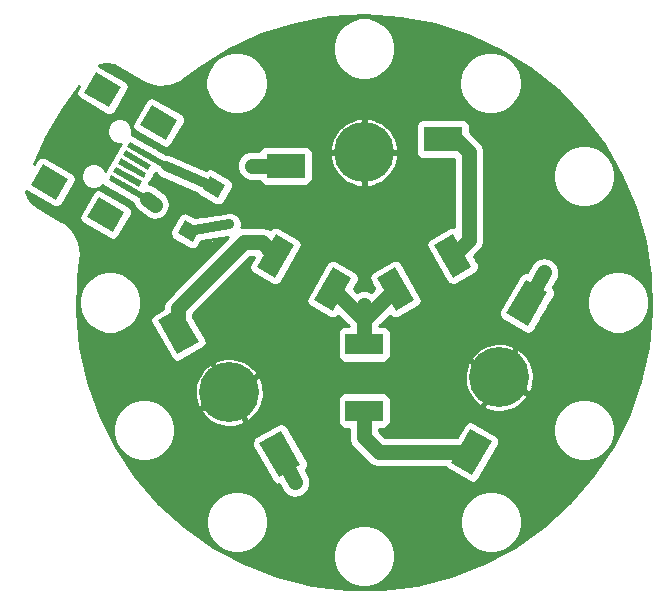
<source format=gtl>
G75*
%MOIN*%
%OFA0B0*%
%FSLAX25Y25*%
%IPPOS*%
%LPD*%
%AMOC8*
5,1,8,0,0,1.08239X$1,22.5*
%
%ADD10R,0.12992X0.08268*%
%ADD11C,0.20000*%
%ADD12R,0.09843X0.01969*%
%ADD13R,0.09843X0.07874*%
%ADD14R,0.05000X0.05787*%
%ADD15R,0.07087X0.12598*%
%ADD16R,0.12598X0.07087*%
%ADD17C,0.02000*%
%ADD18C,0.05000*%
%ADD19C,0.03378*%
%ADD20C,0.03200*%
%ADD21C,0.01000*%
D10*
G36*
X0098077Y0068339D02*
X0091581Y0079589D01*
X0098741Y0083723D01*
X0105237Y0072473D01*
X0098077Y0068339D01*
G37*
G36*
X0169056Y0080180D02*
X0162560Y0068930D01*
X0155400Y0073064D01*
X0161896Y0084314D01*
X0169056Y0080180D01*
G37*
G36*
X0187600Y0129936D02*
X0181104Y0118686D01*
X0173944Y0122820D01*
X0180440Y0134070D01*
X0187600Y0129936D01*
G37*
X0100319Y0172091D03*
X0152681Y0180909D03*
G36*
X0064259Y0109277D02*
X0057763Y0120527D01*
X0064923Y0124661D01*
X0071419Y0113411D01*
X0064259Y0109277D01*
G37*
D11*
X0081500Y0096500D03*
X0171500Y0101500D03*
X0126500Y0176500D03*
D12*
G36*
X0056116Y0173328D02*
X0047594Y0178248D01*
X0048578Y0179952D01*
X0057100Y0175032D01*
X0056116Y0173328D01*
G37*
G36*
X0054541Y0170601D02*
X0046019Y0175521D01*
X0047003Y0177225D01*
X0055525Y0172305D01*
X0054541Y0170601D01*
G37*
G36*
X0052966Y0167873D02*
X0044444Y0172793D01*
X0045428Y0174497D01*
X0053950Y0169577D01*
X0052966Y0167873D01*
G37*
G36*
X0051391Y0165145D02*
X0042869Y0170065D01*
X0043853Y0171769D01*
X0052375Y0166849D01*
X0051391Y0165145D01*
G37*
G36*
X0049816Y0162418D02*
X0041294Y0167338D01*
X0042278Y0169042D01*
X0050800Y0164122D01*
X0049816Y0162418D01*
G37*
D13*
G36*
X0042632Y0149972D02*
X0034109Y0154893D01*
X0038046Y0161712D01*
X0046569Y0156791D01*
X0042632Y0149972D01*
G37*
G36*
X0023879Y0160799D02*
X0015356Y0165720D01*
X0019293Y0172539D01*
X0027816Y0167618D01*
X0023879Y0160799D01*
G37*
G36*
X0060348Y0180658D02*
X0051825Y0185579D01*
X0055762Y0192398D01*
X0064285Y0187477D01*
X0060348Y0180658D01*
G37*
G36*
X0041596Y0191485D02*
X0033073Y0196406D01*
X0037010Y0203225D01*
X0045533Y0198304D01*
X0041596Y0191485D01*
G37*
D14*
G36*
X0080275Y0165730D02*
X0077775Y0161401D01*
X0072765Y0164294D01*
X0075265Y0168623D01*
X0080275Y0165730D01*
G37*
G36*
X0064300Y0149633D02*
X0066800Y0153962D01*
X0071810Y0151069D01*
X0069310Y0146740D01*
X0064300Y0149633D01*
G37*
D15*
G36*
X0096872Y0134786D02*
X0090736Y0138329D01*
X0097034Y0149238D01*
X0103170Y0145695D01*
X0096872Y0134786D01*
G37*
G36*
X0115966Y0123762D02*
X0109830Y0127305D01*
X0116128Y0138214D01*
X0122264Y0134671D01*
X0115966Y0123762D01*
G37*
G36*
X0130736Y0134671D02*
X0136872Y0138214D01*
X0143170Y0127305D01*
X0137034Y0123762D01*
X0130736Y0134671D01*
G37*
G36*
X0149830Y0145695D02*
X0155966Y0149238D01*
X0162264Y0138329D01*
X0156128Y0134786D01*
X0149830Y0145695D01*
G37*
D16*
X0126500Y0112524D03*
X0126500Y0090476D03*
D17*
X0054256Y0160894D02*
X0046048Y0165730D01*
X0052347Y0176640D02*
X0060469Y0171894D01*
D18*
X0054256Y0160894D02*
X0056650Y0159106D01*
X0086500Y0146500D02*
X0092465Y0146500D01*
X0096953Y0142012D01*
X0086500Y0146500D02*
X0064591Y0124591D01*
X0064591Y0116969D01*
X0116047Y0130988D02*
X0126500Y0120535D01*
X0126500Y0125500D01*
X0126500Y0120535D02*
X0136953Y0130988D01*
X0126500Y0120535D02*
X0126500Y0112524D01*
X0126500Y0090476D02*
X0126500Y0081500D01*
X0131500Y0076500D01*
X0162106Y0076500D01*
X0162228Y0076622D01*
X0103500Y0066500D02*
X0098409Y0076031D01*
X0180772Y0126378D02*
X0186500Y0136500D01*
X0161500Y0147465D02*
X0156047Y0142012D01*
X0161500Y0147465D02*
X0161500Y0176500D01*
X0157091Y0180909D01*
X0152681Y0180909D01*
X0100319Y0172091D02*
X0089100Y0172100D01*
D19*
X0089100Y0172100D03*
X0056650Y0159106D03*
X0081500Y0152500D03*
X0126500Y0125500D03*
X0186500Y0136500D03*
X0103500Y0066500D03*
D20*
X0081500Y0152500D02*
X0068055Y0150351D01*
X0067268Y0150268D01*
X0076520Y0165012D02*
X0060469Y0171894D01*
D21*
X0076225Y0045043D02*
X0086607Y0039487D01*
X0097592Y0035248D01*
X0109014Y0032390D01*
X0120701Y0030956D01*
X0132475Y0030968D01*
X0144159Y0032425D01*
X0155576Y0035305D01*
X0166553Y0039566D01*
X0176924Y0045141D01*
X0186531Y0051948D01*
X0195230Y0059883D01*
X0202890Y0068826D01*
X0209393Y0078642D01*
X0214642Y0089182D01*
X0218557Y0100286D01*
X0221079Y0111787D01*
X0222170Y0123511D01*
X0221814Y0135280D01*
X0220015Y0146917D01*
X0216801Y0158244D01*
X0212221Y0169091D01*
X0206344Y0179294D01*
X0199259Y0188698D01*
X0191072Y0197161D01*
X0181909Y0204555D01*
X0171907Y0210768D01*
X0161218Y0215706D01*
X0150003Y0219294D01*
X0138433Y0221478D01*
X0126682Y0222225D01*
X0114928Y0221524D01*
X0103350Y0219385D01*
X0092121Y0215841D01*
X0081413Y0210945D01*
X0071387Y0204771D01*
X0066677Y0201234D01*
X0065200Y0200051D01*
X0065200Y0200051D01*
X0061677Y0198663D01*
X0061677Y0198663D01*
X0057902Y0198377D01*
X0057902Y0198377D01*
X0054211Y0199217D01*
X0054211Y0199217D01*
X0052763Y0200054D01*
X0044715Y0204700D01*
X0044715Y0204700D01*
X0044250Y0204968D01*
X0043123Y0205494D01*
X0040682Y0205926D01*
X0038241Y0205498D01*
X0038157Y0205449D01*
X0047214Y0200220D01*
X0047819Y0199431D01*
X0048077Y0198470D01*
X0047947Y0197484D01*
X0043513Y0189804D01*
X0042724Y0189198D01*
X0041763Y0188941D01*
X0040777Y0189071D01*
X0031392Y0194489D01*
X0030786Y0195278D01*
X0030529Y0196239D01*
X0030659Y0197225D01*
X0031550Y0198769D01*
X0025870Y0190673D01*
X0020610Y0181562D01*
X0016438Y0172595D01*
X0017376Y0174220D01*
X0018165Y0174825D01*
X0019126Y0175083D01*
X0020112Y0174953D01*
X0029497Y0169534D01*
X0030103Y0168745D01*
X0030360Y0167784D01*
X0030230Y0166798D01*
X0025796Y0159118D01*
X0025007Y0158513D01*
X0024046Y0158255D01*
X0023060Y0158385D01*
X0013956Y0163641D01*
X0013957Y0163436D01*
X0014806Y0161107D01*
X0016400Y0159210D01*
X0017419Y0158496D01*
X0017499Y0158450D01*
X0017884Y0158228D01*
X0017884Y0158228D01*
X0025540Y0153808D01*
X0025741Y0153692D01*
X0027380Y0152745D01*
X0027380Y0152745D01*
X0029954Y0149969D01*
X0029954Y0149969D01*
X0031594Y0146556D01*
X0031594Y0146556D01*
X0032153Y0142812D01*
X0032153Y0142812D01*
X0031867Y0140941D01*
X0031867Y0140941D01*
X0031158Y0135094D01*
X0030825Y0123324D01*
X0031939Y0111602D01*
X0034484Y0100106D01*
X0038421Y0089009D01*
X0043690Y0078480D01*
X0050213Y0068677D01*
X0050213Y0068677D01*
X0057890Y0059749D01*
X0066604Y0051831D01*
X0076225Y0045043D01*
X0077011Y0044622D02*
X0078309Y0044622D01*
X0077830Y0044899D02*
X0080196Y0043533D01*
X0082834Y0042826D01*
X0085566Y0042826D01*
X0088204Y0043533D01*
X0090570Y0044899D01*
X0092501Y0046830D01*
X0093867Y0049196D01*
X0094574Y0051834D01*
X0094574Y0054566D01*
X0093867Y0057204D01*
X0092501Y0059570D01*
X0090570Y0061501D01*
X0088204Y0062867D01*
X0085566Y0063574D01*
X0082834Y0063574D01*
X0080196Y0062867D01*
X0077830Y0061501D01*
X0075899Y0059570D01*
X0074533Y0057204D01*
X0073826Y0054566D01*
X0073826Y0051834D01*
X0074533Y0049196D01*
X0075899Y0046830D01*
X0077830Y0044899D01*
X0077108Y0045621D02*
X0075406Y0045621D01*
X0076110Y0046619D02*
X0073991Y0046619D01*
X0072576Y0047618D02*
X0075444Y0047618D01*
X0074868Y0048616D02*
X0071160Y0048616D01*
X0069745Y0049615D02*
X0074421Y0049615D01*
X0074153Y0050613D02*
X0068330Y0050613D01*
X0066915Y0051612D02*
X0073886Y0051612D01*
X0073826Y0052610D02*
X0065746Y0052610D01*
X0064647Y0053609D02*
X0073826Y0053609D01*
X0073837Y0054607D02*
X0063548Y0054607D01*
X0062449Y0055606D02*
X0074105Y0055606D01*
X0074372Y0056604D02*
X0061350Y0056604D01*
X0060251Y0057603D02*
X0074763Y0057603D01*
X0075340Y0058601D02*
X0059152Y0058601D01*
X0058053Y0059600D02*
X0075929Y0059600D01*
X0076927Y0060598D02*
X0057159Y0060598D01*
X0056300Y0061597D02*
X0077996Y0061597D01*
X0079725Y0062595D02*
X0055442Y0062595D01*
X0054583Y0063594D02*
X0099384Y0063594D01*
X0099558Y0063267D02*
X0101095Y0062005D01*
X0102999Y0061427D01*
X0104978Y0061621D01*
X0106733Y0062558D01*
X0107995Y0064095D01*
X0108573Y0065999D01*
X0108379Y0067978D01*
X0106968Y0070621D01*
X0107523Y0071345D01*
X0107781Y0072306D01*
X0107651Y0073292D01*
X0100658Y0085405D01*
X0099869Y0086010D01*
X0098908Y0086267D01*
X0097922Y0086138D01*
X0089901Y0081506D01*
X0089295Y0080717D01*
X0089038Y0079757D01*
X0089167Y0078771D01*
X0096161Y0066658D01*
X0096950Y0066052D01*
X0097911Y0065795D01*
X0098188Y0065832D01*
X0099558Y0063267D01*
X0100376Y0062595D02*
X0088675Y0062595D01*
X0090404Y0061597D02*
X0102439Y0061597D01*
X0104730Y0061597D02*
X0162596Y0061597D01*
X0162430Y0061501D02*
X0160499Y0059570D01*
X0159133Y0057204D01*
X0158426Y0054566D01*
X0158426Y0051834D01*
X0159133Y0049196D01*
X0160499Y0046830D01*
X0162430Y0044899D01*
X0164796Y0043533D01*
X0167434Y0042826D01*
X0170166Y0042826D01*
X0172804Y0043533D01*
X0175170Y0044899D01*
X0177101Y0046830D01*
X0178467Y0049196D01*
X0179174Y0051834D01*
X0179174Y0054566D01*
X0178467Y0057204D01*
X0177101Y0059570D01*
X0175170Y0061501D01*
X0172804Y0062867D01*
X0170166Y0063574D01*
X0167434Y0063574D01*
X0164796Y0062867D01*
X0162430Y0061501D01*
X0161527Y0060598D02*
X0091473Y0060598D01*
X0092471Y0059600D02*
X0160529Y0059600D01*
X0159940Y0058601D02*
X0093060Y0058601D01*
X0093637Y0057603D02*
X0159363Y0057603D01*
X0158972Y0056604D02*
X0094028Y0056604D01*
X0094295Y0055606D02*
X0158705Y0055606D01*
X0158437Y0054607D02*
X0094563Y0054607D01*
X0094574Y0053609D02*
X0158426Y0053609D01*
X0158426Y0052610D02*
X0094574Y0052610D01*
X0094514Y0051612D02*
X0122662Y0051612D01*
X0122496Y0051567D02*
X0120130Y0050201D01*
X0118199Y0048270D01*
X0116833Y0045904D01*
X0116126Y0043266D01*
X0116126Y0040534D01*
X0116833Y0037896D01*
X0118199Y0035530D01*
X0120130Y0033599D01*
X0122496Y0032233D01*
X0125134Y0031526D01*
X0127866Y0031526D01*
X0130504Y0032233D01*
X0132870Y0033599D01*
X0134801Y0035530D01*
X0136167Y0037896D01*
X0136874Y0040534D01*
X0136874Y0043266D01*
X0136167Y0045904D01*
X0134801Y0048270D01*
X0132870Y0050201D01*
X0130504Y0051567D01*
X0127866Y0052274D01*
X0125134Y0052274D01*
X0122496Y0051567D01*
X0120844Y0050613D02*
X0094247Y0050613D01*
X0093979Y0049615D02*
X0119544Y0049615D01*
X0118545Y0048616D02*
X0093532Y0048616D01*
X0092956Y0047618D02*
X0117822Y0047618D01*
X0117246Y0046619D02*
X0092290Y0046619D01*
X0091292Y0045621D02*
X0116757Y0045621D01*
X0116489Y0044622D02*
X0090091Y0044622D01*
X0088361Y0043624D02*
X0116222Y0043624D01*
X0116126Y0042625D02*
X0080743Y0042625D01*
X0080039Y0043624D02*
X0078877Y0043624D01*
X0082609Y0041627D02*
X0116126Y0041627D01*
X0116126Y0040628D02*
X0084475Y0040628D01*
X0086341Y0039630D02*
X0116368Y0039630D01*
X0116636Y0038631D02*
X0088826Y0038631D01*
X0091413Y0037632D02*
X0116985Y0037632D01*
X0117561Y0036634D02*
X0094001Y0036634D01*
X0096588Y0035635D02*
X0118138Y0035635D01*
X0119092Y0034637D02*
X0100035Y0034637D01*
X0104025Y0033638D02*
X0120090Y0033638D01*
X0121791Y0032640D02*
X0108016Y0032640D01*
X0115116Y0031641D02*
X0124703Y0031641D01*
X0128297Y0031641D02*
X0137879Y0031641D01*
X0133908Y0034637D02*
X0152928Y0034637D01*
X0156427Y0035635D02*
X0134862Y0035635D01*
X0135439Y0036634D02*
X0159000Y0036634D01*
X0161573Y0037632D02*
X0136015Y0037632D01*
X0136364Y0038631D02*
X0164145Y0038631D01*
X0166672Y0039630D02*
X0136632Y0039630D01*
X0136874Y0040628D02*
X0168529Y0040628D01*
X0170386Y0041627D02*
X0136874Y0041627D01*
X0136874Y0042625D02*
X0172243Y0042625D01*
X0172961Y0043624D02*
X0174101Y0043624D01*
X0174691Y0044622D02*
X0175958Y0044622D01*
X0175892Y0045621D02*
X0177600Y0045621D01*
X0176890Y0046619D02*
X0179009Y0046619D01*
X0180419Y0047618D02*
X0177556Y0047618D01*
X0178132Y0048616D02*
X0181828Y0048616D01*
X0183237Y0049615D02*
X0178579Y0049615D01*
X0178847Y0050613D02*
X0184647Y0050613D01*
X0186056Y0051612D02*
X0179114Y0051612D01*
X0179174Y0052610D02*
X0187257Y0052610D01*
X0188352Y0053609D02*
X0179174Y0053609D01*
X0179163Y0054607D02*
X0189446Y0054607D01*
X0190541Y0055606D02*
X0178895Y0055606D01*
X0178628Y0056604D02*
X0191636Y0056604D01*
X0192730Y0057603D02*
X0178237Y0057603D01*
X0177660Y0058601D02*
X0193825Y0058601D01*
X0194920Y0059600D02*
X0177071Y0059600D01*
X0176073Y0060598D02*
X0195843Y0060598D01*
X0196698Y0061597D02*
X0175004Y0061597D01*
X0173275Y0062595D02*
X0197553Y0062595D01*
X0198408Y0063594D02*
X0107583Y0063594D01*
X0108146Y0064592D02*
X0199263Y0064592D01*
X0200119Y0065591D02*
X0108449Y0065591D01*
X0108515Y0066589D02*
X0161613Y0066589D01*
X0161741Y0066515D02*
X0162727Y0066386D01*
X0163688Y0066643D01*
X0164477Y0067248D01*
X0171470Y0079361D01*
X0171600Y0080347D01*
X0171342Y0081308D01*
X0170737Y0082097D01*
X0162715Y0086728D01*
X0161729Y0086858D01*
X0160769Y0086601D01*
X0159980Y0085995D01*
X0157384Y0081500D01*
X0133571Y0081500D01*
X0131500Y0083571D01*
X0131500Y0084433D01*
X0133296Y0084433D01*
X0134215Y0084814D01*
X0134919Y0085517D01*
X0135299Y0086436D01*
X0135299Y0094517D01*
X0134919Y0095436D01*
X0134215Y0096139D01*
X0133296Y0096520D01*
X0119703Y0096520D01*
X0118785Y0096139D01*
X0118081Y0095436D01*
X0117701Y0094517D01*
X0117701Y0086436D01*
X0118081Y0085517D01*
X0118785Y0084814D01*
X0119703Y0084433D01*
X0121500Y0084433D01*
X0121500Y0080505D01*
X0122261Y0078668D01*
X0127261Y0073668D01*
X0128668Y0072261D01*
X0130505Y0071500D01*
X0153448Y0071500D01*
X0153719Y0071147D01*
X0161741Y0066515D01*
X0163487Y0066589D02*
X0200974Y0066589D01*
X0201829Y0067588D02*
X0164672Y0067588D01*
X0165249Y0068586D02*
X0202684Y0068586D01*
X0203392Y0069585D02*
X0165825Y0069585D01*
X0166402Y0070583D02*
X0204054Y0070583D01*
X0204715Y0071582D02*
X0166978Y0071582D01*
X0167555Y0072580D02*
X0205377Y0072580D01*
X0206038Y0073579D02*
X0168131Y0073579D01*
X0168708Y0074577D02*
X0195546Y0074577D01*
X0195796Y0074433D02*
X0198434Y0073726D01*
X0201166Y0073726D01*
X0203804Y0074433D01*
X0206170Y0075799D01*
X0208101Y0077730D01*
X0209467Y0080096D01*
X0210174Y0082734D01*
X0210174Y0085466D01*
X0209467Y0088104D01*
X0208101Y0090470D01*
X0206170Y0092401D01*
X0203804Y0093767D01*
X0201166Y0094474D01*
X0198434Y0094474D01*
X0195796Y0093767D01*
X0193430Y0092401D01*
X0191499Y0090470D01*
X0190133Y0088104D01*
X0189426Y0085466D01*
X0189426Y0082734D01*
X0190133Y0080096D01*
X0191499Y0077730D01*
X0193430Y0075799D01*
X0195796Y0074433D01*
X0193816Y0075576D02*
X0169284Y0075576D01*
X0169861Y0076574D02*
X0192654Y0076574D01*
X0191656Y0077573D02*
X0170437Y0077573D01*
X0171014Y0078571D02*
X0191013Y0078571D01*
X0190437Y0079570D02*
X0171497Y0079570D01*
X0171540Y0080568D02*
X0190006Y0080568D01*
X0189739Y0081567D02*
X0171144Y0081567D01*
X0169925Y0082566D02*
X0189471Y0082566D01*
X0189426Y0083564D02*
X0168196Y0083564D01*
X0166466Y0084563D02*
X0189426Y0084563D01*
X0189452Y0085561D02*
X0164737Y0085561D01*
X0163008Y0086560D02*
X0189719Y0086560D01*
X0189987Y0087558D02*
X0135299Y0087558D01*
X0135299Y0086560D02*
X0160715Y0086560D01*
X0159729Y0085561D02*
X0134937Y0085561D01*
X0133609Y0084563D02*
X0159153Y0084563D01*
X0158576Y0083564D02*
X0131507Y0083564D01*
X0132506Y0082566D02*
X0158000Y0082566D01*
X0157423Y0081567D02*
X0133504Y0081567D01*
X0124354Y0076574D02*
X0105756Y0076574D01*
X0106332Y0075576D02*
X0125353Y0075576D01*
X0126352Y0074577D02*
X0106909Y0074577D01*
X0107485Y0073579D02*
X0127350Y0073579D01*
X0128349Y0072580D02*
X0107745Y0072580D01*
X0107587Y0071582D02*
X0130308Y0071582D01*
X0123356Y0077573D02*
X0105179Y0077573D01*
X0104603Y0078571D02*
X0122357Y0078571D01*
X0121887Y0079570D02*
X0104026Y0079570D01*
X0103450Y0080568D02*
X0121500Y0080568D01*
X0121500Y0081567D02*
X0102873Y0081567D01*
X0102297Y0082566D02*
X0121500Y0082566D01*
X0121500Y0083564D02*
X0101720Y0083564D01*
X0101144Y0084563D02*
X0119391Y0084563D01*
X0118063Y0085561D02*
X0100454Y0085561D01*
X0096923Y0085561D02*
X0085052Y0085561D01*
X0085507Y0085701D02*
X0086691Y0086218D01*
X0086817Y0086291D01*
X0081317Y0095817D01*
X0082183Y0096317D01*
X0081683Y0097183D01*
X0080817Y0096683D01*
X0081317Y0095817D01*
X0071791Y0090317D01*
X0071864Y0090191D01*
X0072631Y0089151D01*
X0073509Y0088205D01*
X0074488Y0087362D01*
X0075555Y0086634D01*
X0076697Y0086031D01*
X0077900Y0085559D01*
X0079147Y0085225D01*
X0080425Y0085032D01*
X0081715Y0084984D01*
X0083003Y0085080D01*
X0084273Y0085321D01*
X0085507Y0085701D01*
X0086662Y0086560D02*
X0117701Y0086560D01*
X0117701Y0087558D02*
X0088750Y0087558D01*
X0088849Y0087631D02*
X0089795Y0088509D01*
X0090638Y0089488D01*
X0091366Y0090555D01*
X0091969Y0091697D01*
X0092441Y0092900D01*
X0092775Y0094147D01*
X0092968Y0095425D01*
X0093016Y0096715D01*
X0092920Y0098003D01*
X0092679Y0099273D01*
X0092299Y0100507D01*
X0091782Y0101691D01*
X0091709Y0101817D01*
X0082183Y0096317D01*
X0087683Y0086791D01*
X0087809Y0086864D01*
X0088849Y0087631D01*
X0089836Y0088557D02*
X0117701Y0088557D01*
X0117701Y0089555D02*
X0090684Y0089555D01*
X0091364Y0090554D02*
X0117701Y0090554D01*
X0117701Y0091552D02*
X0091892Y0091552D01*
X0092304Y0092551D02*
X0117701Y0092551D01*
X0117701Y0093549D02*
X0092615Y0093549D01*
X0092836Y0094548D02*
X0117713Y0094548D01*
X0118192Y0095546D02*
X0092972Y0095546D01*
X0093010Y0096545D02*
X0161112Y0096545D01*
X0161031Y0096697D02*
X0161634Y0095555D01*
X0162362Y0094488D01*
X0163205Y0093509D01*
X0164151Y0092631D01*
X0165191Y0091864D01*
X0165317Y0091791D01*
X0170817Y0101317D01*
X0161291Y0106817D01*
X0161218Y0106691D01*
X0160701Y0105507D01*
X0160321Y0104273D01*
X0160080Y0103003D01*
X0159984Y0101715D01*
X0160032Y0100425D01*
X0160225Y0099147D01*
X0160559Y0097900D01*
X0161031Y0096697D01*
X0160699Y0097543D02*
X0092954Y0097543D01*
X0092818Y0098542D02*
X0160387Y0098542D01*
X0160165Y0099540D02*
X0092597Y0099540D01*
X0092285Y0100539D02*
X0160028Y0100539D01*
X0159991Y0101537D02*
X0091849Y0101537D01*
X0091225Y0101537D02*
X0089225Y0101537D01*
X0089495Y0100539D02*
X0087495Y0100539D01*
X0087766Y0099540D02*
X0085766Y0099540D01*
X0086036Y0098542D02*
X0084036Y0098542D01*
X0084307Y0097543D02*
X0082307Y0097543D01*
X0081683Y0097183D02*
X0091209Y0102683D01*
X0091136Y0102809D01*
X0090369Y0103849D01*
X0089491Y0104795D01*
X0088512Y0105638D01*
X0087445Y0106366D01*
X0086303Y0106969D01*
X0085100Y0107441D01*
X0083853Y0107775D01*
X0082575Y0107968D01*
X0081285Y0108016D01*
X0079997Y0107920D01*
X0078727Y0107679D01*
X0077493Y0107299D01*
X0076309Y0106782D01*
X0076183Y0106709D01*
X0081683Y0097183D01*
X0081475Y0097543D02*
X0080320Y0097543D01*
X0080817Y0096683D02*
X0075317Y0106209D01*
X0075191Y0106136D01*
X0074151Y0105369D01*
X0073205Y0104491D01*
X0072362Y0103512D01*
X0071634Y0102445D01*
X0071031Y0101303D01*
X0070559Y0100100D01*
X0070225Y0098853D01*
X0070032Y0097575D01*
X0069984Y0096285D01*
X0070080Y0094997D01*
X0070321Y0093727D01*
X0070701Y0092493D01*
X0071218Y0091309D01*
X0071291Y0091183D01*
X0080817Y0096683D01*
X0080897Y0096545D02*
X0080577Y0096545D01*
X0080848Y0095546D02*
X0078848Y0095546D01*
X0079118Y0094548D02*
X0077118Y0094548D01*
X0077389Y0093549D02*
X0075389Y0093549D01*
X0075659Y0092551D02*
X0073660Y0092551D01*
X0073930Y0091552D02*
X0071930Y0091552D01*
X0071112Y0091552D02*
X0060419Y0091552D01*
X0059570Y0092401D02*
X0057204Y0093767D01*
X0054566Y0094474D01*
X0051834Y0094474D01*
X0049196Y0093767D01*
X0046830Y0092401D01*
X0044899Y0090470D01*
X0043533Y0088104D01*
X0042826Y0085466D01*
X0042826Y0082734D01*
X0043533Y0080096D01*
X0044899Y0077730D01*
X0046830Y0075799D01*
X0049196Y0074433D01*
X0051834Y0073726D01*
X0054566Y0073726D01*
X0057204Y0074433D01*
X0059570Y0075799D01*
X0061501Y0077730D01*
X0062867Y0080096D01*
X0063574Y0082734D01*
X0063574Y0085466D01*
X0062867Y0088104D01*
X0061501Y0090470D01*
X0059570Y0092401D01*
X0059311Y0092551D02*
X0070684Y0092551D01*
X0070376Y0093549D02*
X0057582Y0093549D01*
X0061417Y0090554D02*
X0072200Y0090554D01*
X0072333Y0089555D02*
X0062029Y0089555D01*
X0062606Y0088557D02*
X0073183Y0088557D01*
X0074260Y0087558D02*
X0063013Y0087558D01*
X0063281Y0086560D02*
X0075697Y0086560D01*
X0077895Y0085561D02*
X0063548Y0085561D01*
X0063574Y0084563D02*
X0095194Y0084563D01*
X0093464Y0083564D02*
X0063574Y0083564D01*
X0063529Y0082566D02*
X0091735Y0082566D01*
X0090005Y0081567D02*
X0063261Y0081567D01*
X0062994Y0080568D02*
X0089255Y0080568D01*
X0089062Y0079570D02*
X0062563Y0079570D01*
X0061987Y0078571D02*
X0089283Y0078571D01*
X0089859Y0077573D02*
X0061344Y0077573D01*
X0060345Y0076574D02*
X0090435Y0076574D01*
X0091012Y0075576D02*
X0059184Y0075576D01*
X0057454Y0074577D02*
X0091588Y0074577D01*
X0092165Y0073579D02*
X0046951Y0073579D01*
X0046287Y0074577D02*
X0048946Y0074577D01*
X0047216Y0075576D02*
X0045622Y0075576D01*
X0046054Y0076574D02*
X0044958Y0076574D01*
X0045056Y0077573D02*
X0044294Y0077573D01*
X0044413Y0078571D02*
X0043644Y0078571D01*
X0043837Y0079570D02*
X0043145Y0079570D01*
X0043406Y0080568D02*
X0042645Y0080568D01*
X0043139Y0081567D02*
X0042145Y0081567D01*
X0041645Y0082566D02*
X0042871Y0082566D01*
X0042826Y0083564D02*
X0041146Y0083564D01*
X0040646Y0084563D02*
X0042826Y0084563D01*
X0042852Y0085561D02*
X0040146Y0085561D01*
X0039647Y0086560D02*
X0043119Y0086560D01*
X0043387Y0087558D02*
X0039147Y0087558D01*
X0038647Y0088557D02*
X0043794Y0088557D01*
X0044371Y0089555D02*
X0038227Y0089555D01*
X0037873Y0090554D02*
X0044983Y0090554D01*
X0045981Y0091552D02*
X0037519Y0091552D01*
X0037164Y0092551D02*
X0047089Y0092551D01*
X0048818Y0093549D02*
X0036810Y0093549D01*
X0036456Y0094548D02*
X0070165Y0094548D01*
X0070039Y0095546D02*
X0036102Y0095546D01*
X0035747Y0096545D02*
X0069994Y0096545D01*
X0070031Y0097543D02*
X0035393Y0097543D01*
X0035039Y0098542D02*
X0070178Y0098542D01*
X0070409Y0099540D02*
X0034684Y0099540D01*
X0034388Y0100539D02*
X0070731Y0100539D01*
X0071155Y0101537D02*
X0034167Y0101537D01*
X0033946Y0102536D02*
X0071697Y0102536D01*
X0072381Y0103534D02*
X0033725Y0103534D01*
X0033504Y0104533D02*
X0073250Y0104533D01*
X0074371Y0105531D02*
X0033283Y0105531D01*
X0033062Y0106530D02*
X0076287Y0106530D01*
X0076863Y0105531D02*
X0075708Y0105531D01*
X0076285Y0104533D02*
X0077440Y0104533D01*
X0078016Y0103534D02*
X0076861Y0103534D01*
X0077438Y0102536D02*
X0078593Y0102536D01*
X0079169Y0101537D02*
X0078014Y0101537D01*
X0078591Y0100539D02*
X0079746Y0100539D01*
X0080322Y0099540D02*
X0079167Y0099540D01*
X0079744Y0098542D02*
X0080899Y0098542D01*
X0082052Y0096545D02*
X0082577Y0096545D01*
X0082628Y0095546D02*
X0081473Y0095546D01*
X0082050Y0094548D02*
X0083204Y0094548D01*
X0083781Y0093549D02*
X0082626Y0093549D01*
X0083203Y0092551D02*
X0084357Y0092551D01*
X0084934Y0091552D02*
X0083779Y0091552D01*
X0084356Y0090554D02*
X0085510Y0090554D01*
X0086087Y0089555D02*
X0084932Y0089555D01*
X0085509Y0088557D02*
X0086663Y0088557D01*
X0087240Y0087558D02*
X0086085Y0087558D01*
X0090954Y0102536D02*
X0160045Y0102536D01*
X0160181Y0103534D02*
X0090601Y0103534D01*
X0089735Y0104533D02*
X0160401Y0104533D01*
X0160712Y0105531D02*
X0088636Y0105531D01*
X0087134Y0106530D02*
X0119584Y0106530D01*
X0119703Y0106480D02*
X0133296Y0106480D01*
X0134215Y0106861D01*
X0134919Y0107564D01*
X0135299Y0108483D01*
X0135299Y0116564D01*
X0134919Y0117483D01*
X0134215Y0118186D01*
X0133296Y0118567D01*
X0131603Y0118567D01*
X0135117Y0122081D01*
X0135118Y0122081D01*
X0135907Y0121475D01*
X0136868Y0121218D01*
X0137854Y0121348D01*
X0144852Y0125388D01*
X0145458Y0126177D01*
X0145715Y0127138D01*
X0145585Y0128124D01*
X0138789Y0139896D01*
X0138000Y0140501D01*
X0137039Y0140759D01*
X0136053Y0140629D01*
X0129054Y0136588D01*
X0128449Y0135799D01*
X0128192Y0134839D01*
X0128321Y0133852D01*
X0129941Y0131047D01*
X0128838Y0129944D01*
X0127495Y0130500D01*
X0125505Y0130500D01*
X0124162Y0129944D01*
X0123059Y0131047D01*
X0124679Y0133852D01*
X0124808Y0134839D01*
X0124551Y0135799D01*
X0123946Y0136588D01*
X0116947Y0140629D01*
X0115961Y0140759D01*
X0115000Y0140501D01*
X0114211Y0139896D01*
X0107415Y0128124D01*
X0107285Y0127138D01*
X0107542Y0126177D01*
X0108148Y0125388D01*
X0115146Y0121348D01*
X0116132Y0121218D01*
X0117093Y0121475D01*
X0117882Y0122081D01*
X0117883Y0122081D01*
X0121397Y0118567D01*
X0119703Y0118567D01*
X0118785Y0118186D01*
X0118081Y0117483D01*
X0117701Y0116564D01*
X0117701Y0108483D01*
X0118081Y0107564D01*
X0118785Y0106861D01*
X0119703Y0106480D01*
X0118117Y0107528D02*
X0084774Y0107528D01*
X0078237Y0107528D02*
X0066231Y0107528D01*
X0065078Y0106862D02*
X0073099Y0111494D01*
X0073705Y0112283D01*
X0073962Y0113243D01*
X0073832Y0114229D01*
X0069591Y0121576D01*
X0069591Y0122520D01*
X0088571Y0141500D01*
X0089680Y0141500D01*
X0088321Y0139148D01*
X0088192Y0138161D01*
X0088449Y0137201D01*
X0089054Y0136412D01*
X0096053Y0132371D01*
X0097039Y0132241D01*
X0098000Y0132499D01*
X0098789Y0133104D01*
X0105585Y0144876D01*
X0105715Y0145862D01*
X0105458Y0146823D01*
X0104852Y0147612D01*
X0097854Y0151652D01*
X0096868Y0151782D01*
X0095907Y0151525D01*
X0095118Y0150919D01*
X0095068Y0150834D01*
X0093460Y0151500D01*
X0085620Y0151500D01*
X0085689Y0151667D01*
X0085689Y0153333D01*
X0085051Y0154873D01*
X0083873Y0156051D01*
X0082333Y0156689D01*
X0080667Y0156689D01*
X0079998Y0156412D01*
X0070255Y0154854D01*
X0067618Y0156376D01*
X0066632Y0156506D01*
X0065672Y0156249D01*
X0064883Y0155643D01*
X0061885Y0150452D01*
X0061756Y0149466D01*
X0045227Y0149466D01*
X0045803Y0150464D02*
X0061893Y0150464D01*
X0061756Y0149466D02*
X0062013Y0148505D01*
X0062618Y0147716D01*
X0068492Y0144325D01*
X0069478Y0144195D01*
X0070439Y0144453D01*
X0071228Y0145058D01*
X0072276Y0146873D01*
X0081234Y0148305D01*
X0060352Y0127423D01*
X0059591Y0125585D01*
X0059591Y0124470D01*
X0056082Y0122444D01*
X0055477Y0121655D01*
X0055219Y0120694D01*
X0055349Y0119708D01*
X0062342Y0107595D01*
X0063131Y0106990D01*
X0064092Y0106733D01*
X0065078Y0106862D01*
X0062430Y0107528D02*
X0032841Y0107528D01*
X0032620Y0108527D02*
X0061805Y0108527D01*
X0061228Y0109525D02*
X0032399Y0109525D01*
X0032178Y0110524D02*
X0060652Y0110524D01*
X0060075Y0111522D02*
X0031957Y0111522D01*
X0031852Y0112521D02*
X0059499Y0112521D01*
X0058922Y0113519D02*
X0031757Y0113519D01*
X0031662Y0114518D02*
X0058346Y0114518D01*
X0057769Y0115516D02*
X0031567Y0115516D01*
X0031472Y0116515D02*
X0039037Y0116515D01*
X0037850Y0116833D02*
X0040489Y0116126D01*
X0043220Y0116126D01*
X0045859Y0116833D01*
X0048224Y0118199D01*
X0050156Y0120130D01*
X0051521Y0122496D01*
X0052228Y0125134D01*
X0052228Y0127866D01*
X0051521Y0130504D01*
X0050156Y0132870D01*
X0048224Y0134801D01*
X0045859Y0136167D01*
X0043220Y0136874D01*
X0040489Y0136874D01*
X0037850Y0136167D01*
X0035485Y0134801D01*
X0033553Y0132870D01*
X0032187Y0130504D01*
X0031480Y0127866D01*
X0031480Y0125134D01*
X0032187Y0122496D01*
X0033553Y0120130D01*
X0035485Y0118199D01*
X0037850Y0116833D01*
X0036672Y0117513D02*
X0031377Y0117513D01*
X0031282Y0118512D02*
X0035171Y0118512D01*
X0034173Y0119510D02*
X0031187Y0119510D01*
X0031092Y0120509D02*
X0033334Y0120509D01*
X0032758Y0121507D02*
X0030998Y0121507D01*
X0030903Y0122506D02*
X0032185Y0122506D01*
X0031917Y0123504D02*
X0030830Y0123504D01*
X0030858Y0124503D02*
X0031649Y0124503D01*
X0031480Y0125501D02*
X0030887Y0125501D01*
X0030915Y0126500D02*
X0031480Y0126500D01*
X0031480Y0127499D02*
X0030943Y0127499D01*
X0030971Y0128497D02*
X0031649Y0128497D01*
X0031917Y0129496D02*
X0031000Y0129496D01*
X0031028Y0130494D02*
X0032185Y0130494D01*
X0032758Y0131493D02*
X0031056Y0131493D01*
X0031085Y0132491D02*
X0033334Y0132491D01*
X0034173Y0133490D02*
X0031113Y0133490D01*
X0031141Y0134488D02*
X0035171Y0134488D01*
X0036672Y0135487D02*
X0031206Y0135487D01*
X0031327Y0136485D02*
X0039037Y0136485D01*
X0044671Y0136485D02*
X0069414Y0136485D01*
X0068416Y0135487D02*
X0047037Y0135487D01*
X0048537Y0134488D02*
X0067417Y0134488D01*
X0066419Y0133490D02*
X0049536Y0133490D01*
X0050374Y0132491D02*
X0065420Y0132491D01*
X0064421Y0131493D02*
X0050951Y0131493D01*
X0051524Y0130494D02*
X0063423Y0130494D01*
X0062424Y0129496D02*
X0051792Y0129496D01*
X0052059Y0128497D02*
X0061426Y0128497D01*
X0060427Y0127499D02*
X0052228Y0127499D01*
X0052228Y0126500D02*
X0059970Y0126500D01*
X0059591Y0125501D02*
X0052228Y0125501D01*
X0052059Y0124503D02*
X0059591Y0124503D01*
X0057919Y0123504D02*
X0051792Y0123504D01*
X0051524Y0122506D02*
X0056189Y0122506D01*
X0055437Y0121507D02*
X0050951Y0121507D01*
X0050374Y0120509D02*
X0055244Y0120509D01*
X0055463Y0119510D02*
X0049536Y0119510D01*
X0048537Y0118512D02*
X0056040Y0118512D01*
X0056616Y0117513D02*
X0047037Y0117513D01*
X0044671Y0116515D02*
X0057193Y0116515D01*
X0069630Y0121507D02*
X0114869Y0121507D01*
X0113140Y0122506D02*
X0069591Y0122506D01*
X0070576Y0123504D02*
X0111410Y0123504D01*
X0109681Y0124503D02*
X0071574Y0124503D01*
X0072573Y0125501D02*
X0108061Y0125501D01*
X0107456Y0126500D02*
X0073571Y0126500D01*
X0074570Y0127499D02*
X0107333Y0127499D01*
X0107630Y0128497D02*
X0075568Y0128497D01*
X0076567Y0129496D02*
X0108207Y0129496D01*
X0108783Y0130494D02*
X0077565Y0130494D01*
X0078564Y0131493D02*
X0109360Y0131493D01*
X0109936Y0132491D02*
X0097971Y0132491D01*
X0099011Y0133490D02*
X0110513Y0133490D01*
X0111089Y0134488D02*
X0099588Y0134488D01*
X0100164Y0135487D02*
X0111666Y0135487D01*
X0112242Y0136485D02*
X0100741Y0136485D01*
X0101317Y0137484D02*
X0112819Y0137484D01*
X0113395Y0138482D02*
X0101894Y0138482D01*
X0102470Y0139481D02*
X0113972Y0139481D01*
X0114972Y0140479D02*
X0103047Y0140479D01*
X0103623Y0141478D02*
X0149377Y0141478D01*
X0148800Y0142476D02*
X0104200Y0142476D01*
X0104776Y0143475D02*
X0148224Y0143475D01*
X0147647Y0144473D02*
X0105353Y0144473D01*
X0105664Y0145472D02*
X0147336Y0145472D01*
X0147285Y0145862D02*
X0147415Y0144876D01*
X0154211Y0133104D01*
X0155000Y0132499D01*
X0155961Y0132241D01*
X0156947Y0132371D01*
X0163946Y0136412D01*
X0164551Y0137201D01*
X0164808Y0138161D01*
X0164679Y0139148D01*
X0163059Y0141953D01*
X0165739Y0144633D01*
X0166500Y0146471D01*
X0166500Y0177495D01*
X0165739Y0179332D01*
X0164332Y0180739D01*
X0161677Y0183394D01*
X0161677Y0185541D01*
X0161297Y0186459D01*
X0160593Y0187163D01*
X0159674Y0187543D01*
X0145688Y0187543D01*
X0144769Y0187163D01*
X0144066Y0186459D01*
X0143685Y0185541D01*
X0143685Y0176278D01*
X0144066Y0175359D01*
X0144769Y0174656D01*
X0145688Y0174276D01*
X0156500Y0174276D01*
X0156500Y0151684D01*
X0156132Y0151782D01*
X0155146Y0151652D01*
X0148148Y0147612D01*
X0147542Y0146823D01*
X0147285Y0145862D01*
X0147448Y0146470D02*
X0105552Y0146470D01*
X0104962Y0147469D02*
X0148038Y0147469D01*
X0149629Y0148467D02*
X0103371Y0148467D01*
X0101641Y0149466D02*
X0151359Y0149466D01*
X0153088Y0150464D02*
X0099912Y0150464D01*
X0098182Y0151463D02*
X0154818Y0151463D01*
X0156500Y0152461D02*
X0085689Y0152461D01*
X0085637Y0153460D02*
X0156500Y0153460D01*
X0156500Y0154458D02*
X0085223Y0154458D01*
X0084467Y0155457D02*
X0156500Y0155457D01*
X0156500Y0156455D02*
X0082897Y0156455D01*
X0080103Y0156455D02*
X0067017Y0156455D01*
X0066443Y0156455D02*
X0060910Y0156455D01*
X0061251Y0156912D02*
X0060061Y0155318D01*
X0058351Y0154301D01*
X0056383Y0154015D01*
X0054455Y0154505D01*
X0050467Y0157482D01*
X0049450Y0159192D01*
X0049376Y0159707D01*
X0043671Y0163068D01*
X0043656Y0163087D01*
X0039613Y0165422D01*
X0039433Y0165655D01*
X0038762Y0164984D01*
X0037192Y0164334D01*
X0035493Y0164334D01*
X0033923Y0164984D01*
X0032721Y0166186D01*
X0032071Y0167756D01*
X0032071Y0169455D01*
X0032721Y0171025D01*
X0033923Y0172227D01*
X0035493Y0172877D01*
X0037192Y0172877D01*
X0038762Y0172227D01*
X0039964Y0171025D01*
X0040203Y0170449D01*
X0040361Y0170723D01*
X0040441Y0170785D01*
X0040455Y0170885D01*
X0041936Y0173451D01*
X0042016Y0173513D01*
X0042029Y0173613D01*
X0043511Y0176179D01*
X0043591Y0176240D01*
X0043604Y0176340D01*
X0045086Y0178906D01*
X0045166Y0178968D01*
X0045179Y0179068D01*
X0045334Y0179336D01*
X0044154Y0179336D01*
X0042584Y0179986D01*
X0041383Y0181188D01*
X0040732Y0182758D01*
X0040732Y0184457D01*
X0041383Y0186027D01*
X0042584Y0187229D01*
X0044154Y0187879D01*
X0045854Y0187879D01*
X0047424Y0187229D01*
X0048625Y0186027D01*
X0049276Y0184457D01*
X0049276Y0182758D01*
X0049128Y0182402D01*
X0049396Y0182367D01*
X0053461Y0180020D01*
X0053512Y0180013D01*
X0056673Y0178166D01*
X0058781Y0176948D01*
X0058802Y0176921D01*
X0060387Y0175995D01*
X0061335Y0175983D01*
X0073789Y0170643D01*
X0074136Y0170910D01*
X0075097Y0171167D01*
X0076083Y0171037D01*
X0081956Y0167646D01*
X0082562Y0166857D01*
X0082819Y0165897D01*
X0082689Y0164910D01*
X0079692Y0159719D01*
X0078903Y0159114D01*
X0077942Y0158856D01*
X0076956Y0158986D01*
X0071083Y0162377D01*
X0070506Y0163129D01*
X0058103Y0168447D01*
X0056964Y0169614D01*
X0056921Y0169721D01*
X0056458Y0168919D01*
X0056378Y0168858D01*
X0056365Y0168757D01*
X0054883Y0166191D01*
X0054803Y0166130D01*
X0054790Y0166030D01*
X0054733Y0165931D01*
X0056451Y0165495D01*
X0060438Y0162518D01*
X0061455Y0160808D01*
X0061741Y0158840D01*
X0061251Y0156912D01*
X0061389Y0157454D02*
X0156500Y0157454D01*
X0156500Y0158452D02*
X0061642Y0158452D01*
X0061652Y0159451D02*
X0076151Y0159451D01*
X0074422Y0160449D02*
X0061507Y0160449D01*
X0061074Y0161448D02*
X0072692Y0161448D01*
X0071030Y0162446D02*
X0060480Y0162446D01*
X0059196Y0163445D02*
X0069769Y0163445D01*
X0067441Y0164443D02*
X0057859Y0164443D01*
X0056522Y0165442D02*
X0065112Y0165442D01*
X0062783Y0166440D02*
X0055027Y0166440D01*
X0055604Y0167439D02*
X0060454Y0167439D01*
X0058125Y0168437D02*
X0056180Y0168437D01*
X0056757Y0169436D02*
X0057138Y0169436D01*
X0064961Y0174429D02*
X0084653Y0174429D01*
X0084864Y0174936D02*
X0084101Y0173099D01*
X0084099Y0171110D01*
X0084859Y0169271D01*
X0086264Y0167864D01*
X0088101Y0167101D01*
X0091473Y0167098D01*
X0091703Y0166541D01*
X0092407Y0165837D01*
X0093326Y0165457D01*
X0107312Y0165457D01*
X0108231Y0165837D01*
X0108934Y0166541D01*
X0109315Y0167459D01*
X0109315Y0176722D01*
X0108934Y0177641D01*
X0108231Y0178344D01*
X0107312Y0178724D01*
X0093326Y0178724D01*
X0092407Y0178344D01*
X0091703Y0177641D01*
X0091479Y0177098D01*
X0088110Y0177101D01*
X0086271Y0176341D01*
X0084864Y0174936D01*
X0085356Y0175427D02*
X0062632Y0175427D01*
X0059651Y0176426D02*
X0086476Y0176426D01*
X0084238Y0173430D02*
X0067290Y0173430D01*
X0069618Y0172432D02*
X0084100Y0172432D01*
X0084099Y0171433D02*
X0071947Y0171433D01*
X0077127Y0170434D02*
X0084378Y0170434D01*
X0084791Y0169436D02*
X0078856Y0169436D01*
X0080586Y0168437D02*
X0085691Y0168437D01*
X0087287Y0167439D02*
X0082115Y0167439D01*
X0082673Y0166440D02*
X0091804Y0166440D01*
X0082759Y0165442D02*
X0123283Y0165442D01*
X0123311Y0165432D02*
X0124571Y0165145D01*
X0125854Y0165000D01*
X0126000Y0165000D01*
X0126000Y0176000D01*
X0115000Y0176000D01*
X0115000Y0175854D01*
X0115145Y0174571D01*
X0115432Y0173311D01*
X0115859Y0172092D01*
X0116419Y0170928D01*
X0117106Y0169835D01*
X0117912Y0168825D01*
X0118825Y0167912D01*
X0119835Y0167106D01*
X0120928Y0166419D01*
X0122092Y0165859D01*
X0123311Y0165432D01*
X0120894Y0166440D02*
X0108834Y0166440D01*
X0109306Y0167439D02*
X0119418Y0167439D01*
X0118299Y0168437D02*
X0109315Y0168437D01*
X0109315Y0169436D02*
X0117424Y0169436D01*
X0116729Y0170434D02*
X0109315Y0170434D01*
X0109315Y0171433D02*
X0116176Y0171433D01*
X0115740Y0172432D02*
X0109315Y0172432D01*
X0109315Y0173430D02*
X0115405Y0173430D01*
X0115177Y0174429D02*
X0109315Y0174429D01*
X0109315Y0175427D02*
X0115048Y0175427D01*
X0115000Y0177000D02*
X0126000Y0177000D01*
X0126000Y0188000D01*
X0125854Y0188000D01*
X0124571Y0187855D01*
X0123311Y0187568D01*
X0122092Y0187141D01*
X0120928Y0186581D01*
X0119835Y0185894D01*
X0118825Y0185088D01*
X0117912Y0184175D01*
X0117106Y0183165D01*
X0116419Y0182072D01*
X0115859Y0180908D01*
X0115432Y0179689D01*
X0115145Y0178429D01*
X0115000Y0177146D01*
X0115000Y0177000D01*
X0115031Y0177424D02*
X0109024Y0177424D01*
X0109315Y0176426D02*
X0126000Y0176426D01*
X0126000Y0176000D02*
X0126000Y0177000D01*
X0127000Y0177000D01*
X0127000Y0188000D01*
X0127146Y0188000D01*
X0128429Y0187855D01*
X0129689Y0187568D01*
X0130908Y0187141D01*
X0132072Y0186581D01*
X0133165Y0185894D01*
X0134175Y0185088D01*
X0135088Y0184175D01*
X0135894Y0183165D01*
X0136581Y0182072D01*
X0137141Y0180908D01*
X0137568Y0179689D01*
X0137855Y0178429D01*
X0138000Y0177146D01*
X0138000Y0177000D01*
X0127000Y0177000D01*
X0127000Y0176000D01*
X0138000Y0176000D01*
X0138000Y0175854D01*
X0137855Y0174571D01*
X0137568Y0173311D01*
X0137141Y0172092D01*
X0136581Y0170928D01*
X0135894Y0169835D01*
X0135088Y0168825D01*
X0134175Y0167912D01*
X0133165Y0167106D01*
X0132072Y0166419D01*
X0130908Y0165859D01*
X0129689Y0165432D01*
X0128429Y0165145D01*
X0127146Y0165000D01*
X0127000Y0165000D01*
X0127000Y0176000D01*
X0126000Y0176000D01*
X0126000Y0175427D02*
X0127000Y0175427D01*
X0127000Y0174429D02*
X0126000Y0174429D01*
X0126000Y0173430D02*
X0127000Y0173430D01*
X0127000Y0172432D02*
X0126000Y0172432D01*
X0126000Y0171433D02*
X0127000Y0171433D01*
X0127000Y0170434D02*
X0126000Y0170434D01*
X0126000Y0169436D02*
X0127000Y0169436D01*
X0127000Y0168437D02*
X0126000Y0168437D01*
X0126000Y0167439D02*
X0127000Y0167439D01*
X0127000Y0166440D02*
X0126000Y0166440D01*
X0126000Y0165442D02*
X0127000Y0165442D01*
X0129717Y0165442D02*
X0156500Y0165442D01*
X0156500Y0166440D02*
X0132106Y0166440D01*
X0133582Y0167439D02*
X0156500Y0167439D01*
X0156500Y0168437D02*
X0134701Y0168437D01*
X0135576Y0169436D02*
X0156500Y0169436D01*
X0156500Y0170434D02*
X0136271Y0170434D01*
X0136824Y0171433D02*
X0156500Y0171433D01*
X0156500Y0172432D02*
X0137260Y0172432D01*
X0137595Y0173430D02*
X0156500Y0173430D01*
X0166500Y0173430D02*
X0190523Y0173430D01*
X0190061Y0172630D02*
X0189354Y0169992D01*
X0189354Y0167260D01*
X0190061Y0164622D01*
X0191427Y0162256D01*
X0193359Y0160325D01*
X0195724Y0158959D01*
X0198363Y0158252D01*
X0201094Y0158252D01*
X0203733Y0158959D01*
X0206098Y0160325D01*
X0208030Y0162256D01*
X0209395Y0164622D01*
X0210102Y0167260D01*
X0210102Y0169992D01*
X0209395Y0172630D01*
X0208030Y0174996D01*
X0206098Y0176927D01*
X0203733Y0178293D01*
X0201094Y0179000D01*
X0198363Y0179000D01*
X0195724Y0178293D01*
X0193359Y0176927D01*
X0191427Y0174996D01*
X0190061Y0172630D01*
X0190008Y0172432D02*
X0166500Y0172432D01*
X0166500Y0171433D02*
X0189741Y0171433D01*
X0189473Y0170434D02*
X0166500Y0170434D01*
X0166500Y0169436D02*
X0189354Y0169436D01*
X0189354Y0168437D02*
X0166500Y0168437D01*
X0166500Y0167439D02*
X0189354Y0167439D01*
X0189574Y0166440D02*
X0166500Y0166440D01*
X0166500Y0165442D02*
X0189842Y0165442D01*
X0190164Y0164443D02*
X0166500Y0164443D01*
X0166500Y0163445D02*
X0190741Y0163445D01*
X0191317Y0162446D02*
X0166500Y0162446D01*
X0166500Y0161448D02*
X0192235Y0161448D01*
X0193234Y0160449D02*
X0166500Y0160449D01*
X0166500Y0159451D02*
X0194872Y0159451D01*
X0197615Y0158452D02*
X0166500Y0158452D01*
X0166500Y0157454D02*
X0217026Y0157454D01*
X0217309Y0156455D02*
X0166500Y0156455D01*
X0166500Y0155457D02*
X0217592Y0155457D01*
X0217876Y0154458D02*
X0166500Y0154458D01*
X0166500Y0153460D02*
X0218159Y0153460D01*
X0218442Y0152461D02*
X0166500Y0152461D01*
X0166500Y0151463D02*
X0218725Y0151463D01*
X0219009Y0150464D02*
X0166500Y0150464D01*
X0166500Y0149466D02*
X0219292Y0149466D01*
X0219575Y0148467D02*
X0166500Y0148467D01*
X0166500Y0147469D02*
X0219859Y0147469D01*
X0220084Y0146470D02*
X0166500Y0146470D01*
X0166086Y0145472D02*
X0220239Y0145472D01*
X0220393Y0144473D02*
X0165579Y0144473D01*
X0164581Y0143475D02*
X0220547Y0143475D01*
X0220702Y0142476D02*
X0163582Y0142476D01*
X0163333Y0141478D02*
X0185739Y0141478D01*
X0186123Y0141584D02*
X0184206Y0141053D01*
X0182638Y0139828D01*
X0180782Y0136547D01*
X0180273Y0136614D01*
X0179312Y0136357D01*
X0178523Y0135752D01*
X0171530Y0123639D01*
X0171400Y0122653D01*
X0171658Y0121692D01*
X0172263Y0120903D01*
X0180284Y0116272D01*
X0181271Y0116142D01*
X0182231Y0116399D01*
X0183020Y0117005D01*
X0190014Y0129118D01*
X0190143Y0130104D01*
X0189886Y0131064D01*
X0189473Y0131602D01*
X0191341Y0134903D01*
X0191584Y0136877D01*
X0191053Y0138794D01*
X0189828Y0140362D01*
X0188097Y0141341D01*
X0186123Y0141584D01*
X0186988Y0141478D02*
X0220856Y0141478D01*
X0221010Y0140479D02*
X0189621Y0140479D01*
X0190516Y0139481D02*
X0221165Y0139481D01*
X0221319Y0138482D02*
X0191139Y0138482D01*
X0191416Y0137484D02*
X0221473Y0137484D01*
X0221628Y0136485D02*
X0213963Y0136485D01*
X0215150Y0136167D02*
X0212511Y0136874D01*
X0209780Y0136874D01*
X0207141Y0136167D01*
X0204776Y0134801D01*
X0202844Y0132870D01*
X0201479Y0130504D01*
X0200772Y0127866D01*
X0200772Y0125134D01*
X0201479Y0122496D01*
X0202844Y0120130D01*
X0204776Y0118199D01*
X0207141Y0116833D01*
X0209780Y0116126D01*
X0212511Y0116126D01*
X0215150Y0116833D01*
X0217515Y0118199D01*
X0219447Y0120130D01*
X0220813Y0122496D01*
X0221520Y0125134D01*
X0221520Y0127866D01*
X0220813Y0130504D01*
X0219447Y0132870D01*
X0217515Y0134801D01*
X0215150Y0136167D01*
X0216328Y0135487D02*
X0221782Y0135487D01*
X0221838Y0134488D02*
X0217829Y0134488D01*
X0218827Y0133490D02*
X0221868Y0133490D01*
X0221898Y0132491D02*
X0219666Y0132491D01*
X0220242Y0131493D02*
X0221929Y0131493D01*
X0221959Y0130494D02*
X0220815Y0130494D01*
X0221083Y0129496D02*
X0221989Y0129496D01*
X0222019Y0128497D02*
X0221351Y0128497D01*
X0221520Y0127499D02*
X0222050Y0127499D01*
X0222080Y0126500D02*
X0221520Y0126500D01*
X0221520Y0125501D02*
X0222110Y0125501D01*
X0222140Y0124503D02*
X0221351Y0124503D01*
X0221083Y0123504D02*
X0222170Y0123504D01*
X0222077Y0122506D02*
X0220815Y0122506D01*
X0220242Y0121507D02*
X0221984Y0121507D01*
X0221891Y0120509D02*
X0219666Y0120509D01*
X0218827Y0119510D02*
X0221798Y0119510D01*
X0221705Y0118512D02*
X0217829Y0118512D01*
X0216328Y0117513D02*
X0221612Y0117513D01*
X0221519Y0116515D02*
X0213963Y0116515D01*
X0221426Y0115516D02*
X0135299Y0115516D01*
X0135299Y0114518D02*
X0221333Y0114518D01*
X0221241Y0113519D02*
X0135299Y0113519D01*
X0135299Y0112521D02*
X0168198Y0112521D01*
X0167900Y0112441D02*
X0166697Y0111969D01*
X0165555Y0111366D01*
X0164488Y0110638D01*
X0163509Y0109795D01*
X0162631Y0108849D01*
X0161864Y0107809D01*
X0161791Y0107683D01*
X0171317Y0102183D01*
X0176817Y0111709D01*
X0176691Y0111782D01*
X0175507Y0112299D01*
X0174273Y0112679D01*
X0173003Y0112920D01*
X0171715Y0113016D01*
X0170425Y0112968D01*
X0169147Y0112775D01*
X0167900Y0112441D01*
X0165852Y0111522D02*
X0135299Y0111522D01*
X0135299Y0110524D02*
X0164356Y0110524D01*
X0163259Y0109525D02*
X0135299Y0109525D01*
X0135299Y0108527D02*
X0162393Y0108527D01*
X0162059Y0107528D02*
X0134883Y0107528D01*
X0133416Y0106530D02*
X0161148Y0106530D01*
X0161788Y0106530D02*
X0163788Y0106530D01*
X0163518Y0105531D02*
X0165518Y0105531D01*
X0165247Y0104533D02*
X0167247Y0104533D01*
X0166977Y0103534D02*
X0168976Y0103534D01*
X0168706Y0102536D02*
X0170706Y0102536D01*
X0171317Y0102183D02*
X0170817Y0101317D01*
X0171683Y0100817D01*
X0172183Y0101683D01*
X0181709Y0096183D01*
X0181782Y0096309D01*
X0182299Y0097493D01*
X0182679Y0098727D01*
X0182920Y0099997D01*
X0183016Y0101285D01*
X0182968Y0102575D01*
X0182775Y0103853D01*
X0182441Y0105100D01*
X0181969Y0106303D01*
X0181366Y0107445D01*
X0180638Y0108512D01*
X0179795Y0109491D01*
X0178849Y0110369D01*
X0177809Y0111136D01*
X0177683Y0111209D01*
X0172183Y0101683D01*
X0171317Y0102183D01*
X0171521Y0102536D02*
X0172675Y0102536D01*
X0172435Y0101537D02*
X0172099Y0101537D01*
X0171683Y0100817D02*
X0181209Y0095317D01*
X0181136Y0095191D01*
X0180369Y0094151D01*
X0179491Y0093205D01*
X0178512Y0092362D01*
X0177445Y0091634D01*
X0176303Y0091031D01*
X0175100Y0090559D01*
X0173853Y0090225D01*
X0172575Y0090032D01*
X0171285Y0089984D01*
X0169997Y0090080D01*
X0168727Y0090321D01*
X0167493Y0090701D01*
X0166309Y0091218D01*
X0166183Y0091291D01*
X0171683Y0100817D01*
X0171522Y0100539D02*
X0170368Y0100539D01*
X0170436Y0101537D02*
X0170944Y0101537D01*
X0172165Y0100539D02*
X0174165Y0100539D01*
X0173895Y0099540D02*
X0175894Y0099540D01*
X0175624Y0098542D02*
X0177624Y0098542D01*
X0177353Y0097543D02*
X0179353Y0097543D01*
X0179083Y0096545D02*
X0181083Y0096545D01*
X0181885Y0096545D02*
X0217238Y0096545D01*
X0217590Y0097543D02*
X0182314Y0097543D01*
X0182622Y0098542D02*
X0217942Y0098542D01*
X0218294Y0099540D02*
X0182833Y0099540D01*
X0182960Y0100539D02*
X0218612Y0100539D01*
X0218831Y0101537D02*
X0183007Y0101537D01*
X0182969Y0102536D02*
X0219050Y0102536D01*
X0219269Y0103534D02*
X0182823Y0103534D01*
X0182593Y0104533D02*
X0219488Y0104533D01*
X0219707Y0105531D02*
X0182272Y0105531D01*
X0181849Y0106530D02*
X0219926Y0106530D01*
X0220145Y0107528D02*
X0181308Y0107528D01*
X0180625Y0108527D02*
X0220364Y0108527D01*
X0220583Y0109525D02*
X0179758Y0109525D01*
X0178639Y0110524D02*
X0220802Y0110524D01*
X0221021Y0111522D02*
X0176709Y0111522D01*
X0176133Y0110524D02*
X0177287Y0110524D01*
X0176711Y0109525D02*
X0175556Y0109525D01*
X0174980Y0108527D02*
X0176134Y0108527D01*
X0175558Y0107528D02*
X0174403Y0107528D01*
X0173827Y0106530D02*
X0174981Y0106530D01*
X0174405Y0105531D02*
X0173250Y0105531D01*
X0172674Y0104533D02*
X0173828Y0104533D01*
X0173252Y0103534D02*
X0172097Y0103534D01*
X0170946Y0099540D02*
X0169791Y0099540D01*
X0169215Y0098542D02*
X0170369Y0098542D01*
X0169793Y0097543D02*
X0168638Y0097543D01*
X0168062Y0096545D02*
X0169216Y0096545D01*
X0168640Y0095546D02*
X0167485Y0095546D01*
X0166909Y0094548D02*
X0168063Y0094548D01*
X0167487Y0093549D02*
X0166332Y0093549D01*
X0165756Y0092551D02*
X0166910Y0092551D01*
X0166334Y0091552D02*
X0135299Y0091552D01*
X0135299Y0090554D02*
X0167972Y0090554D01*
X0164260Y0092551D02*
X0135299Y0092551D01*
X0135299Y0093549D02*
X0163170Y0093549D01*
X0162322Y0094548D02*
X0135287Y0094548D01*
X0134808Y0095546D02*
X0161641Y0095546D01*
X0175080Y0090554D02*
X0191583Y0090554D01*
X0190971Y0089555D02*
X0135299Y0089555D01*
X0135299Y0088557D02*
X0190394Y0088557D01*
X0192581Y0091552D02*
X0177289Y0091552D01*
X0178731Y0092551D02*
X0193689Y0092551D01*
X0195418Y0093549D02*
X0179810Y0093549D01*
X0180662Y0094548D02*
X0216534Y0094548D01*
X0216886Y0095546D02*
X0180812Y0095546D01*
X0204182Y0093549D02*
X0216182Y0093549D01*
X0215830Y0092551D02*
X0205911Y0092551D01*
X0207019Y0091552D02*
X0215478Y0091552D01*
X0215126Y0090554D02*
X0208017Y0090554D01*
X0208629Y0089555D02*
X0214773Y0089555D01*
X0214331Y0088557D02*
X0209206Y0088557D01*
X0209613Y0087558D02*
X0213833Y0087558D01*
X0213336Y0086560D02*
X0209881Y0086560D01*
X0210148Y0085561D02*
X0212839Y0085561D01*
X0212341Y0084563D02*
X0210174Y0084563D01*
X0210174Y0083564D02*
X0211844Y0083564D01*
X0211347Y0082566D02*
X0210129Y0082566D01*
X0209861Y0081567D02*
X0210850Y0081567D01*
X0210352Y0080568D02*
X0209594Y0080568D01*
X0209855Y0079570D02*
X0209163Y0079570D01*
X0209346Y0078571D02*
X0208587Y0078571D01*
X0208685Y0077573D02*
X0207944Y0077573D01*
X0208023Y0076574D02*
X0206945Y0076574D01*
X0207362Y0075576D02*
X0205784Y0075576D01*
X0206700Y0074577D02*
X0204054Y0074577D01*
X0164325Y0062595D02*
X0106763Y0062595D01*
X0108417Y0067588D02*
X0159883Y0067588D01*
X0158154Y0068586D02*
X0108054Y0068586D01*
X0107521Y0069585D02*
X0156424Y0069585D01*
X0154695Y0070583D02*
X0106988Y0070583D01*
X0098317Y0065591D02*
X0052866Y0065591D01*
X0052008Y0066589D02*
X0096250Y0066589D01*
X0095624Y0067588D02*
X0051149Y0067588D01*
X0050290Y0068586D02*
X0095047Y0068586D01*
X0094471Y0069585D02*
X0049609Y0069585D01*
X0048944Y0070583D02*
X0093894Y0070583D01*
X0093318Y0071582D02*
X0048280Y0071582D01*
X0047615Y0072580D02*
X0092741Y0072580D01*
X0098850Y0064592D02*
X0053725Y0064592D01*
X0130338Y0051612D02*
X0158486Y0051612D01*
X0158753Y0050613D02*
X0132156Y0050613D01*
X0133456Y0049615D02*
X0159021Y0049615D01*
X0159468Y0048616D02*
X0134455Y0048616D01*
X0135178Y0047618D02*
X0160044Y0047618D01*
X0160710Y0046619D02*
X0135754Y0046619D01*
X0136243Y0045621D02*
X0161708Y0045621D01*
X0162909Y0044622D02*
X0136511Y0044622D01*
X0136778Y0043624D02*
X0164639Y0043624D01*
X0148971Y0033638D02*
X0132910Y0033638D01*
X0131209Y0032640D02*
X0145013Y0032640D01*
X0117701Y0108527D02*
X0067961Y0108527D01*
X0069690Y0109525D02*
X0117701Y0109525D01*
X0117701Y0110524D02*
X0071420Y0110524D01*
X0073122Y0111522D02*
X0117701Y0111522D01*
X0117701Y0112521D02*
X0073769Y0112521D01*
X0073926Y0113519D02*
X0117701Y0113519D01*
X0117701Y0114518D02*
X0073666Y0114518D01*
X0073089Y0115516D02*
X0117701Y0115516D01*
X0117701Y0116515D02*
X0072513Y0116515D01*
X0071936Y0117513D02*
X0118112Y0117513D01*
X0119571Y0118512D02*
X0071360Y0118512D01*
X0070783Y0119510D02*
X0120453Y0119510D01*
X0119455Y0120509D02*
X0070207Y0120509D01*
X0079562Y0132491D02*
X0095845Y0132491D01*
X0094116Y0133490D02*
X0080561Y0133490D01*
X0081559Y0134488D02*
X0092386Y0134488D01*
X0090657Y0135487D02*
X0082558Y0135487D01*
X0083556Y0136485D02*
X0088998Y0136485D01*
X0088373Y0137484D02*
X0084555Y0137484D01*
X0085553Y0138482D02*
X0088234Y0138482D01*
X0088514Y0139481D02*
X0086552Y0139481D01*
X0087550Y0140479D02*
X0089090Y0140479D01*
X0088549Y0141478D02*
X0089667Y0141478D01*
X0079399Y0146470D02*
X0072043Y0146470D01*
X0071466Y0145472D02*
X0078401Y0145472D01*
X0077402Y0144473D02*
X0070465Y0144473D01*
X0068235Y0144473D02*
X0031905Y0144473D01*
X0032054Y0143475D02*
X0076404Y0143475D01*
X0075405Y0142476D02*
X0032101Y0142476D01*
X0031949Y0141478D02*
X0074407Y0141478D01*
X0073408Y0140479D02*
X0031811Y0140479D01*
X0031690Y0139481D02*
X0072410Y0139481D01*
X0071411Y0138482D02*
X0031569Y0138482D01*
X0031448Y0137484D02*
X0070413Y0137484D01*
X0066506Y0145472D02*
X0031756Y0145472D01*
X0031607Y0146470D02*
X0064776Y0146470D01*
X0063047Y0147469D02*
X0042950Y0147469D01*
X0042799Y0147428D02*
X0043760Y0147686D01*
X0044549Y0148291D01*
X0048983Y0155972D01*
X0049113Y0156958D01*
X0048855Y0157918D01*
X0048250Y0158707D01*
X0038865Y0164126D01*
X0037879Y0164256D01*
X0036918Y0163998D01*
X0036129Y0163393D01*
X0031695Y0155712D01*
X0031565Y0154726D01*
X0031822Y0153766D01*
X0032428Y0152977D01*
X0041813Y0147558D01*
X0042799Y0147428D01*
X0042492Y0147469D02*
X0031155Y0147469D01*
X0030676Y0148467D02*
X0040238Y0148467D01*
X0038509Y0149466D02*
X0030196Y0149466D01*
X0029495Y0150464D02*
X0036779Y0150464D01*
X0035050Y0151463D02*
X0028569Y0151463D01*
X0027644Y0152461D02*
X0033320Y0152461D01*
X0032057Y0153460D02*
X0026143Y0153460D01*
X0024413Y0154458D02*
X0031637Y0154458D01*
X0031661Y0155457D02*
X0022684Y0155457D01*
X0020954Y0156455D02*
X0032124Y0156455D01*
X0032700Y0157454D02*
X0019225Y0157454D01*
X0017495Y0158452D02*
X0022944Y0158452D01*
X0024782Y0158452D02*
X0033277Y0158452D01*
X0033853Y0159451D02*
X0025988Y0159451D01*
X0026565Y0160449D02*
X0034430Y0160449D01*
X0035006Y0161448D02*
X0027141Y0161448D01*
X0027718Y0162446D02*
X0035583Y0162446D01*
X0036197Y0163445D02*
X0028294Y0163445D01*
X0028871Y0164443D02*
X0035228Y0164443D01*
X0033465Y0165442D02*
X0029447Y0165442D01*
X0030024Y0166440D02*
X0032616Y0166440D01*
X0032202Y0167439D02*
X0030315Y0167439D01*
X0030185Y0168437D02*
X0032071Y0168437D01*
X0032071Y0169436D02*
X0029573Y0169436D01*
X0027938Y0170434D02*
X0032477Y0170434D01*
X0033129Y0171433D02*
X0026209Y0171433D01*
X0024479Y0172432D02*
X0034418Y0172432D01*
X0038268Y0172432D02*
X0041347Y0172432D01*
X0041924Y0173430D02*
X0022750Y0173430D01*
X0021020Y0174429D02*
X0042500Y0174429D01*
X0043077Y0175427D02*
X0017756Y0175427D01*
X0017649Y0174429D02*
X0017291Y0174429D01*
X0016921Y0173430D02*
X0016827Y0173430D01*
X0018220Y0176426D02*
X0043653Y0176426D01*
X0044230Y0177424D02*
X0018685Y0177424D01*
X0019149Y0178423D02*
X0044806Y0178423D01*
X0043948Y0179421D02*
X0019614Y0179421D01*
X0020078Y0180420D02*
X0042151Y0180420D01*
X0041287Y0181418D02*
X0020543Y0181418D01*
X0021103Y0182417D02*
X0040874Y0182417D01*
X0040732Y0183415D02*
X0021680Y0183415D01*
X0022256Y0184414D02*
X0040732Y0184414D01*
X0041128Y0185412D02*
X0022833Y0185412D01*
X0023409Y0186411D02*
X0041766Y0186411D01*
X0043020Y0187409D02*
X0023986Y0187409D01*
X0024562Y0188408D02*
X0050571Y0188408D01*
X0051148Y0189406D02*
X0042994Y0189406D01*
X0043860Y0190405D02*
X0051724Y0190405D01*
X0052301Y0191403D02*
X0044436Y0191403D01*
X0045013Y0192402D02*
X0052877Y0192402D01*
X0053454Y0193400D02*
X0045589Y0193400D01*
X0046166Y0194399D02*
X0054262Y0194399D01*
X0054635Y0194684D02*
X0053846Y0194079D01*
X0049411Y0186398D01*
X0049281Y0185412D01*
X0048880Y0185412D01*
X0049281Y0185412D02*
X0049539Y0184452D01*
X0050144Y0183663D01*
X0059529Y0178244D01*
X0060516Y0178114D01*
X0061476Y0178372D01*
X0062265Y0178977D01*
X0066699Y0186658D01*
X0066829Y0187644D01*
X0066572Y0188604D01*
X0065966Y0189393D01*
X0056581Y0194812D01*
X0055595Y0194942D01*
X0054635Y0194684D01*
X0057297Y0194399D02*
X0075078Y0194399D01*
X0074502Y0195397D02*
X0046742Y0195397D01*
X0047318Y0196396D02*
X0074133Y0196396D01*
X0074313Y0195724D02*
X0075679Y0193359D01*
X0077611Y0191427D01*
X0079976Y0190061D01*
X0082615Y0189354D01*
X0085346Y0189354D01*
X0087985Y0190061D01*
X0090350Y0191427D01*
X0092282Y0193359D01*
X0093647Y0195724D01*
X0094354Y0198363D01*
X0094354Y0201094D01*
X0093647Y0203733D01*
X0092282Y0206098D01*
X0090350Y0208030D01*
X0087985Y0209395D01*
X0085346Y0210102D01*
X0082615Y0210102D01*
X0079976Y0209395D01*
X0077611Y0208030D01*
X0075679Y0206098D01*
X0074313Y0203733D01*
X0073606Y0201094D01*
X0073606Y0198363D01*
X0074313Y0195724D01*
X0073866Y0197394D02*
X0047895Y0197394D01*
X0048067Y0198393D02*
X0057831Y0198393D01*
X0058115Y0198393D02*
X0073606Y0198393D01*
X0073606Y0199391D02*
X0063526Y0199391D01*
X0065623Y0200390D02*
X0073606Y0200390D01*
X0073685Y0201388D02*
X0066883Y0201388D01*
X0068212Y0202387D02*
X0073953Y0202387D01*
X0074220Y0203385D02*
X0069542Y0203385D01*
X0070871Y0204384D02*
X0074689Y0204384D01*
X0075266Y0205382D02*
X0072379Y0205382D01*
X0074001Y0206381D02*
X0075962Y0206381D01*
X0075622Y0207379D02*
X0076960Y0207379D01*
X0077244Y0208378D02*
X0078214Y0208378D01*
X0078865Y0209376D02*
X0079943Y0209376D01*
X0080487Y0210375D02*
X0116126Y0210375D01*
X0116126Y0209780D02*
X0116126Y0212511D01*
X0116833Y0215150D01*
X0118199Y0217515D01*
X0120130Y0219447D01*
X0122496Y0220813D01*
X0125134Y0221520D01*
X0127866Y0221520D01*
X0130504Y0220813D01*
X0132870Y0219447D01*
X0134801Y0217515D01*
X0136167Y0215150D01*
X0136874Y0212511D01*
X0136874Y0209780D01*
X0136167Y0207141D01*
X0134801Y0204776D01*
X0132870Y0202844D01*
X0130504Y0201479D01*
X0127866Y0200772D01*
X0125134Y0200772D01*
X0122496Y0201479D01*
X0120130Y0202844D01*
X0118199Y0204776D01*
X0116833Y0207141D01*
X0116126Y0209780D01*
X0116234Y0209376D02*
X0088017Y0209376D01*
X0089747Y0208378D02*
X0116502Y0208378D01*
X0116769Y0207379D02*
X0091000Y0207379D01*
X0091999Y0206381D02*
X0117272Y0206381D01*
X0117849Y0205382D02*
X0092695Y0205382D01*
X0093271Y0204384D02*
X0118591Y0204384D01*
X0119589Y0203385D02*
X0093740Y0203385D01*
X0094008Y0202387D02*
X0120923Y0202387D01*
X0122833Y0201388D02*
X0094275Y0201388D01*
X0094354Y0200390D02*
X0158252Y0200390D01*
X0158252Y0201094D02*
X0158252Y0198363D01*
X0158959Y0195724D01*
X0160325Y0193359D01*
X0162256Y0191427D01*
X0164622Y0190061D01*
X0167260Y0189354D01*
X0169992Y0189354D01*
X0172630Y0190061D01*
X0174996Y0191427D01*
X0176927Y0193359D01*
X0178293Y0195724D01*
X0179000Y0198363D01*
X0179000Y0201094D01*
X0178293Y0203733D01*
X0176927Y0206098D01*
X0174996Y0208030D01*
X0172630Y0209395D01*
X0169992Y0210102D01*
X0167260Y0210102D01*
X0164622Y0209395D01*
X0162256Y0208030D01*
X0160325Y0206098D01*
X0158959Y0203733D01*
X0158252Y0201094D01*
X0158331Y0201388D02*
X0130167Y0201388D01*
X0132077Y0202387D02*
X0158598Y0202387D01*
X0158866Y0203385D02*
X0133411Y0203385D01*
X0134409Y0204384D02*
X0159335Y0204384D01*
X0159911Y0205382D02*
X0135151Y0205382D01*
X0135728Y0206381D02*
X0160607Y0206381D01*
X0161606Y0207379D02*
X0136231Y0207379D01*
X0136498Y0208378D02*
X0162859Y0208378D01*
X0164589Y0209376D02*
X0136766Y0209376D01*
X0136874Y0210375D02*
X0172539Y0210375D01*
X0172663Y0209376D02*
X0174147Y0209376D01*
X0174392Y0208378D02*
X0175754Y0208378D01*
X0175646Y0207379D02*
X0177362Y0207379D01*
X0176644Y0206381D02*
X0178969Y0206381D01*
X0180577Y0205382D02*
X0177340Y0205382D01*
X0177917Y0204384D02*
X0182121Y0204384D01*
X0183358Y0203385D02*
X0178386Y0203385D01*
X0178654Y0202387D02*
X0184596Y0202387D01*
X0185833Y0201388D02*
X0178921Y0201388D01*
X0179000Y0200390D02*
X0187071Y0200390D01*
X0188308Y0199391D02*
X0179000Y0199391D01*
X0179000Y0198393D02*
X0189546Y0198393D01*
X0190783Y0197394D02*
X0178741Y0197394D01*
X0178473Y0196396D02*
X0191812Y0196396D01*
X0192778Y0195397D02*
X0178104Y0195397D01*
X0177528Y0194399D02*
X0193744Y0194399D01*
X0194710Y0193400D02*
X0176951Y0193400D01*
X0175970Y0192402D02*
X0195676Y0192402D01*
X0196642Y0191403D02*
X0174954Y0191403D01*
X0173225Y0190405D02*
X0197608Y0190405D01*
X0198574Y0189406D02*
X0170185Y0189406D01*
X0167067Y0189406D02*
X0085540Y0189406D01*
X0082421Y0189406D02*
X0065944Y0189406D01*
X0066625Y0188408D02*
X0199477Y0188408D01*
X0200230Y0187409D02*
X0159998Y0187409D01*
X0161317Y0186411D02*
X0200982Y0186411D01*
X0201734Y0185412D02*
X0161677Y0185412D01*
X0161677Y0184414D02*
X0202487Y0184414D01*
X0203239Y0183415D02*
X0161677Y0183415D01*
X0162654Y0182417D02*
X0203991Y0182417D01*
X0204744Y0181418D02*
X0163653Y0181418D01*
X0164651Y0180420D02*
X0205496Y0180420D01*
X0206248Y0179421D02*
X0165650Y0179421D01*
X0166116Y0178423D02*
X0196208Y0178423D01*
X0194219Y0177424D02*
X0166500Y0177424D01*
X0166500Y0176426D02*
X0192857Y0176426D01*
X0191858Y0175427D02*
X0166500Y0175427D01*
X0166500Y0174429D02*
X0191100Y0174429D01*
X0203249Y0178423D02*
X0206846Y0178423D01*
X0207421Y0177424D02*
X0205238Y0177424D01*
X0206600Y0176426D02*
X0207996Y0176426D01*
X0207598Y0175427D02*
X0208572Y0175427D01*
X0208357Y0174429D02*
X0209147Y0174429D01*
X0208934Y0173430D02*
X0209722Y0173430D01*
X0209449Y0172432D02*
X0210297Y0172432D01*
X0210872Y0171433D02*
X0209716Y0171433D01*
X0209984Y0170434D02*
X0211448Y0170434D01*
X0212023Y0169436D02*
X0210102Y0169436D01*
X0210102Y0168437D02*
X0212497Y0168437D01*
X0212919Y0167439D02*
X0210102Y0167439D01*
X0209883Y0166440D02*
X0213341Y0166440D01*
X0213762Y0165442D02*
X0209615Y0165442D01*
X0209292Y0164443D02*
X0214184Y0164443D01*
X0214605Y0163445D02*
X0208716Y0163445D01*
X0208139Y0162446D02*
X0215027Y0162446D01*
X0215449Y0161448D02*
X0207221Y0161448D01*
X0206223Y0160449D02*
X0215870Y0160449D01*
X0216292Y0159451D02*
X0204585Y0159451D01*
X0201842Y0158452D02*
X0216713Y0158452D01*
X0183472Y0140479D02*
X0163910Y0140479D01*
X0164486Y0139481D02*
X0182442Y0139481D01*
X0181877Y0138482D02*
X0164766Y0138482D01*
X0164627Y0137484D02*
X0181312Y0137484D01*
X0179791Y0136485D02*
X0164002Y0136485D01*
X0162343Y0135487D02*
X0178370Y0135487D01*
X0177794Y0134488D02*
X0160614Y0134488D01*
X0158884Y0133490D02*
X0177217Y0133490D01*
X0176641Y0132491D02*
X0157155Y0132491D01*
X0155029Y0132491D02*
X0143064Y0132491D01*
X0143640Y0131493D02*
X0176065Y0131493D01*
X0175488Y0130494D02*
X0144217Y0130494D01*
X0144793Y0129496D02*
X0174912Y0129496D01*
X0174335Y0128497D02*
X0145370Y0128497D01*
X0145667Y0127499D02*
X0173759Y0127499D01*
X0173182Y0126500D02*
X0145544Y0126500D01*
X0144939Y0125501D02*
X0172606Y0125501D01*
X0172029Y0124503D02*
X0143319Y0124503D01*
X0141589Y0123504D02*
X0171512Y0123504D01*
X0171440Y0122506D02*
X0139860Y0122506D01*
X0138131Y0121507D02*
X0171799Y0121507D01*
X0172946Y0120509D02*
X0133545Y0120509D01*
X0134544Y0121507D02*
X0135865Y0121507D01*
X0132547Y0119510D02*
X0174675Y0119510D01*
X0176405Y0118512D02*
X0133429Y0118512D01*
X0134888Y0117513D02*
X0178134Y0117513D01*
X0179864Y0116515D02*
X0135299Y0116515D01*
X0118456Y0121507D02*
X0117135Y0121507D01*
X0123612Y0130494D02*
X0125491Y0130494D01*
X0127509Y0130494D02*
X0129388Y0130494D01*
X0129684Y0131493D02*
X0123316Y0131493D01*
X0123893Y0132491D02*
X0129107Y0132491D01*
X0128531Y0133490D02*
X0124469Y0133490D01*
X0124762Y0134488D02*
X0128238Y0134488D01*
X0128365Y0135487D02*
X0124635Y0135487D01*
X0124025Y0136485D02*
X0128975Y0136485D01*
X0130605Y0137484D02*
X0122395Y0137484D01*
X0120665Y0138482D02*
X0132335Y0138482D01*
X0134064Y0139481D02*
X0118936Y0139481D01*
X0117206Y0140479D02*
X0135794Y0140479D01*
X0138028Y0140479D02*
X0149953Y0140479D01*
X0150530Y0139481D02*
X0139028Y0139481D01*
X0139605Y0138482D02*
X0151106Y0138482D01*
X0151683Y0137484D02*
X0140181Y0137484D01*
X0140758Y0136485D02*
X0152259Y0136485D01*
X0152836Y0135487D02*
X0141334Y0135487D01*
X0141911Y0134488D02*
X0153412Y0134488D01*
X0153989Y0133490D02*
X0142487Y0133490D01*
X0182382Y0116515D02*
X0208328Y0116515D01*
X0205963Y0117513D02*
X0183314Y0117513D01*
X0183890Y0118512D02*
X0204463Y0118512D01*
X0203464Y0119510D02*
X0184467Y0119510D01*
X0185043Y0120509D02*
X0202626Y0120509D01*
X0202049Y0121507D02*
X0185620Y0121507D01*
X0186196Y0122506D02*
X0201476Y0122506D01*
X0201208Y0123504D02*
X0186773Y0123504D01*
X0187349Y0124503D02*
X0200941Y0124503D01*
X0200772Y0125501D02*
X0187926Y0125501D01*
X0188502Y0126500D02*
X0200772Y0126500D01*
X0200772Y0127499D02*
X0189079Y0127499D01*
X0189655Y0128497D02*
X0200941Y0128497D01*
X0201208Y0129496D02*
X0190063Y0129496D01*
X0190039Y0130494D02*
X0201476Y0130494D01*
X0202049Y0131493D02*
X0189557Y0131493D01*
X0189976Y0132491D02*
X0202626Y0132491D01*
X0203464Y0133490D02*
X0190541Y0133490D01*
X0191107Y0134488D02*
X0204463Y0134488D01*
X0205963Y0135487D02*
X0191413Y0135487D01*
X0191536Y0136485D02*
X0208329Y0136485D01*
X0221148Y0112521D02*
X0174787Y0112521D01*
X0095826Y0151463D02*
X0093549Y0151463D01*
X0080398Y0147469D02*
X0076001Y0147469D01*
X0063622Y0153460D02*
X0047533Y0153460D01*
X0048109Y0154458D02*
X0054638Y0154458D01*
X0053180Y0155457D02*
X0048686Y0155457D01*
X0049047Y0156455D02*
X0051843Y0156455D01*
X0050506Y0157454D02*
X0048980Y0157454D01*
X0048446Y0158452D02*
X0049890Y0158452D01*
X0049413Y0159451D02*
X0046962Y0159451D01*
X0048115Y0160449D02*
X0045233Y0160449D01*
X0046420Y0161448D02*
X0043503Y0161448D01*
X0044725Y0162446D02*
X0041774Y0162446D01*
X0043036Y0163445D02*
X0040044Y0163445D01*
X0041307Y0164443D02*
X0037457Y0164443D01*
X0039220Y0165442D02*
X0039597Y0165442D01*
X0039556Y0171433D02*
X0040771Y0171433D01*
X0054525Y0179421D02*
X0057491Y0179421D01*
X0056234Y0178423D02*
X0059220Y0178423D01*
X0057958Y0177424D02*
X0091614Y0177424D01*
X0092597Y0178423D02*
X0061542Y0178423D01*
X0062522Y0179421D02*
X0115371Y0179421D01*
X0115144Y0178423D02*
X0108041Y0178423D01*
X0115688Y0180420D02*
X0063098Y0180420D01*
X0063674Y0181418D02*
X0116104Y0181418D01*
X0116636Y0182417D02*
X0064251Y0182417D01*
X0064827Y0183415D02*
X0117306Y0183415D01*
X0118150Y0184414D02*
X0065404Y0184414D01*
X0065980Y0185412D02*
X0119231Y0185412D01*
X0120658Y0186411D02*
X0066557Y0186411D01*
X0066798Y0187409D02*
X0122858Y0187409D01*
X0126000Y0187409D02*
X0127000Y0187409D01*
X0127000Y0186411D02*
X0126000Y0186411D01*
X0126000Y0185412D02*
X0127000Y0185412D01*
X0127000Y0184414D02*
X0126000Y0184414D01*
X0126000Y0183415D02*
X0127000Y0183415D01*
X0127000Y0182417D02*
X0126000Y0182417D01*
X0126000Y0181418D02*
X0127000Y0181418D01*
X0127000Y0180420D02*
X0126000Y0180420D01*
X0126000Y0179421D02*
X0127000Y0179421D01*
X0127000Y0178423D02*
X0126000Y0178423D01*
X0126000Y0177424D02*
X0127000Y0177424D01*
X0127000Y0176426D02*
X0143685Y0176426D01*
X0143685Y0177424D02*
X0137969Y0177424D01*
X0137856Y0178423D02*
X0143685Y0178423D01*
X0143685Y0179421D02*
X0137629Y0179421D01*
X0137312Y0180420D02*
X0143685Y0180420D01*
X0143685Y0181418D02*
X0136896Y0181418D01*
X0136364Y0182417D02*
X0143685Y0182417D01*
X0143685Y0183415D02*
X0135694Y0183415D01*
X0134850Y0184414D02*
X0143685Y0184414D01*
X0143685Y0185412D02*
X0133769Y0185412D01*
X0132342Y0186411D02*
X0144045Y0186411D01*
X0145364Y0187409D02*
X0130142Y0187409D01*
X0137952Y0175427D02*
X0144038Y0175427D01*
X0145318Y0174429D02*
X0137823Y0174429D01*
X0156500Y0164443D02*
X0082420Y0164443D01*
X0081843Y0163445D02*
X0156500Y0163445D01*
X0156500Y0162446D02*
X0081267Y0162446D01*
X0080690Y0161448D02*
X0156500Y0161448D01*
X0156500Y0160449D02*
X0080114Y0160449D01*
X0079343Y0159451D02*
X0156500Y0159451D01*
X0164027Y0190405D02*
X0088579Y0190405D01*
X0090309Y0191403D02*
X0162297Y0191403D01*
X0161282Y0192402D02*
X0091325Y0192402D01*
X0092306Y0193400D02*
X0160301Y0193400D01*
X0159724Y0194399D02*
X0092882Y0194399D01*
X0093459Y0195397D02*
X0159148Y0195397D01*
X0158779Y0196396D02*
X0093827Y0196396D01*
X0094095Y0197394D02*
X0158511Y0197394D01*
X0158252Y0198393D02*
X0094354Y0198393D01*
X0094354Y0199391D02*
X0158252Y0199391D01*
X0168434Y0212372D02*
X0136874Y0212372D01*
X0136874Y0211373D02*
X0170596Y0211373D01*
X0166273Y0213370D02*
X0136644Y0213370D01*
X0136376Y0214369D02*
X0164111Y0214369D01*
X0161950Y0215368D02*
X0136041Y0215368D01*
X0135465Y0216366D02*
X0159154Y0216366D01*
X0156033Y0217365D02*
X0134888Y0217365D01*
X0133954Y0218363D02*
X0152913Y0218363D01*
X0149645Y0219362D02*
X0132955Y0219362D01*
X0131288Y0220360D02*
X0144356Y0220360D01*
X0139067Y0221359D02*
X0128467Y0221359D01*
X0124533Y0221359D02*
X0114031Y0221359D01*
X0108626Y0220360D02*
X0121712Y0220360D01*
X0120045Y0219362D02*
X0103274Y0219362D01*
X0100111Y0218363D02*
X0119046Y0218363D01*
X0118112Y0217365D02*
X0096948Y0217365D01*
X0093784Y0216366D02*
X0117535Y0216366D01*
X0116959Y0215368D02*
X0091085Y0215368D01*
X0088902Y0214369D02*
X0116624Y0214369D01*
X0116356Y0213370D02*
X0086718Y0213370D01*
X0084534Y0212372D02*
X0116126Y0212372D01*
X0116126Y0211373D02*
X0082350Y0211373D01*
X0053910Y0199391D02*
X0047830Y0199391D01*
X0046920Y0200390D02*
X0052180Y0200390D01*
X0050451Y0201388D02*
X0045190Y0201388D01*
X0043461Y0202387D02*
X0048722Y0202387D01*
X0046992Y0203385D02*
X0041732Y0203385D01*
X0040002Y0204384D02*
X0045263Y0204384D01*
X0043363Y0205382D02*
X0038273Y0205382D01*
X0031333Y0198393D02*
X0031286Y0198393D01*
X0030756Y0197394D02*
X0030586Y0197394D01*
X0030550Y0196396D02*
X0029885Y0196396D01*
X0029185Y0195397D02*
X0030754Y0195397D01*
X0031549Y0194399D02*
X0028484Y0194399D01*
X0027783Y0193400D02*
X0033278Y0193400D01*
X0035008Y0192402D02*
X0027083Y0192402D01*
X0026382Y0191403D02*
X0036737Y0191403D01*
X0038467Y0190405D02*
X0025715Y0190405D01*
X0025139Y0189406D02*
X0040196Y0189406D01*
X0046988Y0187409D02*
X0049995Y0187409D01*
X0049418Y0186411D02*
X0048242Y0186411D01*
X0049276Y0184414D02*
X0049568Y0184414D01*
X0049276Y0183415D02*
X0050573Y0183415D01*
X0049134Y0182417D02*
X0052302Y0182417D01*
X0051040Y0181418D02*
X0054032Y0181418D01*
X0052769Y0180420D02*
X0055761Y0180420D01*
X0062485Y0191403D02*
X0077652Y0191403D01*
X0076636Y0192402D02*
X0060756Y0192402D01*
X0059026Y0193400D02*
X0075655Y0193400D01*
X0079381Y0190405D02*
X0064215Y0190405D01*
X0016026Y0162446D02*
X0014318Y0162446D01*
X0014296Y0163445D02*
X0013957Y0163445D01*
X0014682Y0161448D02*
X0017755Y0161448D01*
X0019485Y0160449D02*
X0015359Y0160449D01*
X0016198Y0159451D02*
X0021214Y0159451D01*
X0046380Y0151463D02*
X0062469Y0151463D01*
X0063046Y0152461D02*
X0046956Y0152461D01*
X0044650Y0148467D02*
X0062042Y0148467D01*
X0064199Y0154458D02*
X0058616Y0154458D01*
X0060165Y0155457D02*
X0064775Y0155457D01*
X0069211Y0155457D02*
X0074024Y0155457D01*
M02*

</source>
